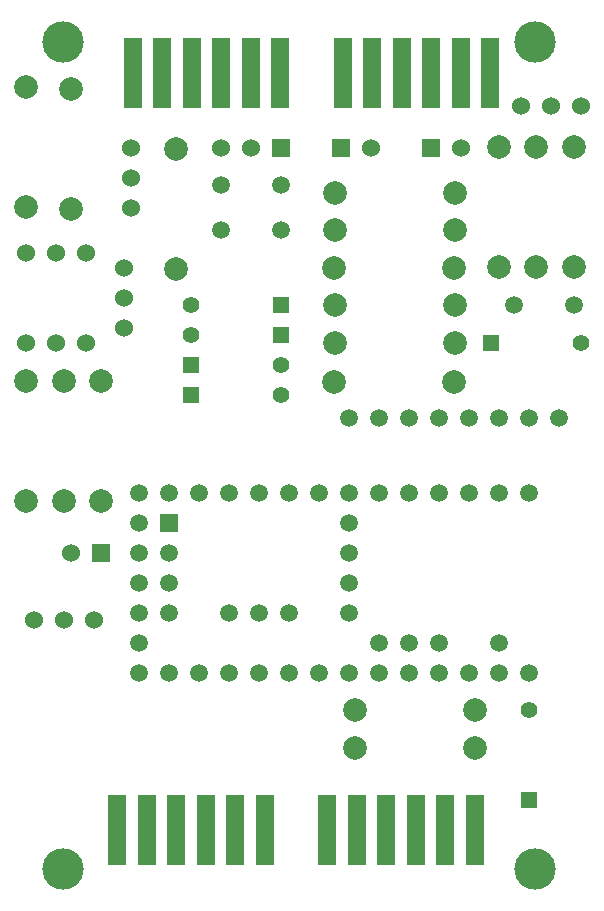
<source format=gts>
G04 (created by PCBNEW (2013-07-07 BZR 4022)-stable) date 23.08.2017 13:54:42*
%MOIN*%
G04 Gerber Fmt 3.4, Leading zero omitted, Abs format*
%FSLAX34Y34*%
G01*
G70*
G90*
G04 APERTURE LIST*
%ADD10C,0.00590551*%
%ADD11C,0.0590551*%
%ADD12C,0.06*%
%ADD13C,0.0787*%
%ADD14R,0.06X0.06*%
%ADD15R,0.055X0.055*%
%ADD16C,0.055*%
%ADD17C,0.0591*%
%ADD18R,0.0590551X0.23622*%
%ADD19R,0.0590551X0.0590551*%
%ADD20C,0.1378*%
G04 APERTURE END LIST*
G54D10*
G54D11*
X68750Y-30000D03*
X67750Y-30000D03*
X66750Y-30000D03*
X65750Y-30000D03*
X64750Y-30000D03*
X63750Y-30000D03*
X62750Y-30000D03*
X61750Y-30000D03*
G54D12*
X54500Y-22000D03*
X54500Y-21000D03*
X54500Y-23000D03*
G54D13*
X51000Y-22969D03*
X51000Y-18969D03*
X52250Y-28781D03*
X52250Y-32781D03*
X53500Y-28781D03*
X53500Y-32781D03*
X66750Y-24969D03*
X66750Y-20969D03*
X51000Y-28781D03*
X51000Y-32781D03*
X68000Y-24969D03*
X68000Y-20969D03*
X61281Y-22500D03*
X65281Y-22500D03*
X65269Y-25000D03*
X61269Y-25000D03*
X61281Y-23750D03*
X65281Y-23750D03*
X56000Y-21031D03*
X56000Y-25031D03*
X52500Y-19031D03*
X52500Y-23031D03*
X65269Y-28800D03*
X61269Y-28800D03*
X61281Y-27500D03*
X65281Y-27500D03*
X65969Y-41000D03*
X61969Y-41000D03*
X65969Y-39750D03*
X61969Y-39750D03*
X69250Y-20981D03*
X69250Y-24981D03*
X61281Y-26250D03*
X65281Y-26250D03*
G54D14*
X59500Y-21000D03*
G54D12*
X58500Y-21000D03*
X57500Y-21000D03*
G54D14*
X53500Y-34500D03*
G54D12*
X52500Y-34500D03*
G54D14*
X64500Y-21000D03*
G54D12*
X65500Y-21000D03*
G54D14*
X61500Y-21000D03*
G54D12*
X62500Y-21000D03*
G54D15*
X66500Y-27500D03*
G54D16*
X69500Y-27500D03*
G54D15*
X56500Y-29250D03*
G54D16*
X59500Y-29250D03*
G54D15*
X56500Y-28250D03*
G54D16*
X59500Y-28250D03*
G54D15*
X59500Y-27250D03*
G54D16*
X56500Y-27250D03*
G54D15*
X59500Y-26250D03*
G54D16*
X56500Y-26250D03*
G54D15*
X67750Y-42750D03*
G54D16*
X67750Y-39750D03*
G54D17*
X57500Y-23750D03*
X59500Y-23750D03*
X57500Y-22250D03*
X59500Y-22250D03*
X67250Y-26250D03*
X69250Y-26250D03*
G54D12*
X52250Y-36750D03*
X51250Y-36750D03*
X53250Y-36750D03*
X68500Y-19600D03*
X69500Y-19600D03*
X67500Y-19600D03*
X52000Y-24500D03*
X51000Y-24500D03*
X53000Y-24500D03*
X54250Y-26000D03*
X54250Y-27000D03*
X54250Y-25000D03*
G54D18*
X54547Y-18500D03*
X55531Y-18500D03*
X56515Y-18500D03*
X57500Y-18500D03*
X58484Y-18500D03*
X59468Y-18500D03*
X61547Y-18500D03*
X62531Y-18500D03*
X63515Y-18500D03*
X64500Y-18500D03*
X65484Y-18500D03*
X66468Y-18500D03*
X65952Y-43750D03*
X64968Y-43750D03*
X63984Y-43750D03*
X63000Y-43750D03*
X62015Y-43750D03*
X61031Y-43750D03*
X58952Y-43750D03*
X57968Y-43750D03*
X56984Y-43750D03*
X56000Y-43750D03*
X55015Y-43750D03*
X54031Y-43750D03*
G54D19*
X55750Y-33500D03*
G54D11*
X55750Y-34500D03*
X55750Y-35500D03*
X55750Y-36500D03*
X57750Y-36500D03*
X58750Y-36500D03*
X59750Y-36500D03*
X61750Y-36500D03*
X61750Y-35500D03*
X61750Y-34500D03*
X61750Y-33500D03*
G54D12*
X52000Y-27500D03*
X53000Y-27500D03*
X51000Y-27500D03*
G54D11*
X67750Y-32500D03*
X66750Y-32500D03*
X65750Y-32500D03*
X64750Y-32500D03*
X63750Y-32500D03*
X62750Y-32500D03*
X61750Y-32500D03*
X60750Y-32500D03*
X59750Y-32500D03*
X58750Y-32500D03*
X57750Y-32500D03*
X56750Y-32500D03*
X55750Y-32500D03*
X54750Y-33500D03*
X66750Y-37500D03*
X54750Y-34500D03*
X54750Y-35500D03*
X54750Y-36500D03*
X54750Y-37500D03*
X54750Y-38500D03*
X55750Y-38500D03*
X56750Y-38500D03*
X57750Y-38500D03*
X58750Y-38500D03*
X59750Y-38500D03*
X60750Y-38500D03*
X61750Y-38500D03*
X62750Y-38500D03*
X63750Y-38500D03*
X64750Y-38500D03*
X65750Y-38500D03*
X66750Y-38500D03*
X54750Y-32500D03*
X67750Y-38500D03*
X62750Y-37500D03*
X63750Y-37500D03*
X64750Y-37500D03*
G54D20*
X52219Y-17469D03*
X67967Y-17469D03*
X67967Y-45028D03*
X52219Y-45028D03*
M02*

</source>
